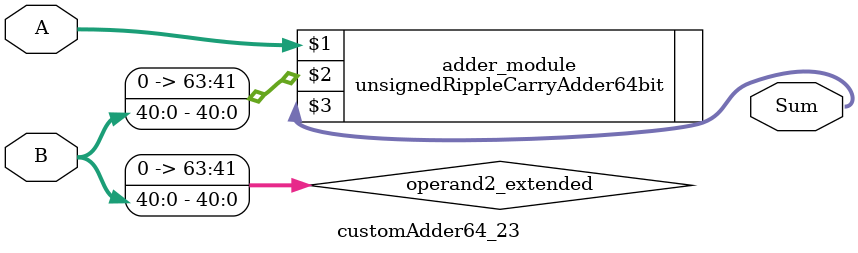
<source format=v>
module customAdder64_23(
                        input [63 : 0] A,
                        input [40 : 0] B,
                        
                        output [64 : 0] Sum
                );

        wire [63 : 0] operand2_extended;
        
        assign operand2_extended =  {23'b0, B};
        
        unsignedRippleCarryAdder64bit adder_module(
            A,
            operand2_extended,
            Sum
        );
        
        endmodule
        
</source>
